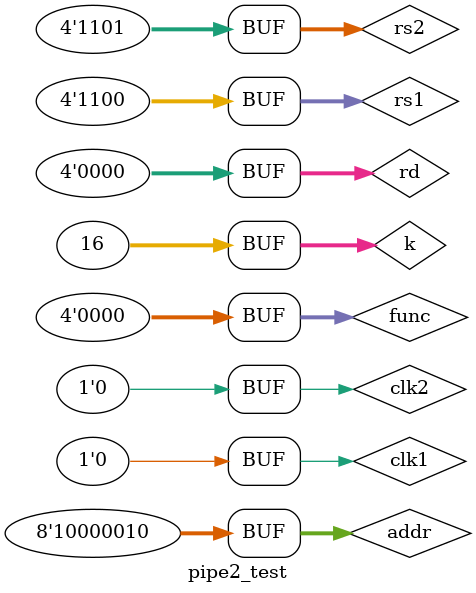
<source format=v>
module pipe2_test;

wire [15:0] Z;
reg [3:0] rs1,rs2,rd,func;
reg [7:0] addr;
reg clk1,clk2;
integer k;

pipe_ex2 MYPIPE  (Z,rs1,rs2,rd,func,addr,clk1,clk2);


initial begin
clk1=0;clk2=0;
 repeat(20)
begin
#5 clk1=1; #5 clk1=0;            // Generating 2 phase clock
#5 clk2=1; #5 clk2=0;
end
end


initial 
for (k=0;k<16;k=k+1)             // Initialise registers
   MYPIPE.regbank[k]=k;


initial begin
#5 rs1=3;rs2=5;rd=10;func=0;addr=125; //ADD
#20 rs1=3;rs2=8;rd=12;func=2;addr=126; //MLA
#20 rs1=10;rs2=5;rd=14;func=1;addr=128; //SUB
#20 rs1=7;rs2=3;rd=13;func=11;addr=127; //SLA
#20 rs1=10;rs2=5;rd=15;func=1;addr=129; //SUB
#20 rs1=12;rs2=13;rd=16;func=0;addr=130; //ADD


end
endmodule
</source>
